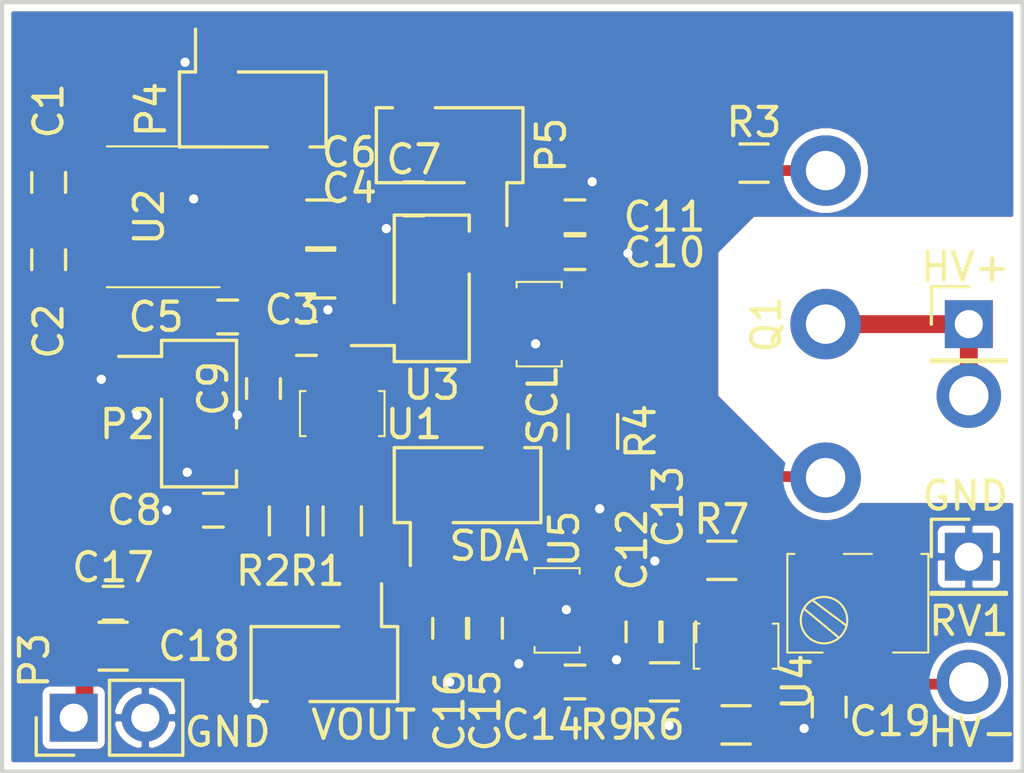
<source format=kicad_pcb>
(kicad_pcb (version 4) (host pcbnew 4.0.4-stable)
  (layers (0 F.Cu signal) (31 B.Cu signal) (34 B.Paste user) (35 F.Paste user) (36 B.SilkS user) (37 F.SilkS user) (38 B.Mask user hide) (39 F.Mask user) (44 Edge.Cuts user))
  (net 0 "")
  (net 1 "Net-(C1-Pad2)")
  (net 2 "Net-(C1-Pad1)")
  (net 3 "Net-(C2-Pad2)")
  (net 4 "Net-(C2-Pad1)")
  (net 5 VDD)
  (net 6 GND)
  (net 7 /VCP)
  (net 8 /VREF)
  (net 9 VCC)
  (net 10 "Net-(C14-Pad2)")
  (net 11 /VDAC)
  (net 12 /VSET)
  (net 13 "Net-(P6-Pad1)")
  (net 14 "Net-(Q1-Pad1)")
  (net 15 "Net-(Q1-Pad3)")
  (net 16 /SDA)
  (net 17 /SCL)
  (net 18 "Net-(R3-Pad1)")
  (net 19 "Net-(R7-Pad2)")
  (net 20 "Net-(P4-Pad2)")
  (net 21 "Net-(R9-Pad2)")
  (net 22 "Net-(RV1-Pad3)")
  (net 23 "Net-(C19-Pad2)")
  (module ActiveLoad:hv-logo (layer B.Cu) (at 111.125 118.745 180)
    (fp_text reference G*** hide)
    (fp_text value LOGO hide)
  )
  (module ActiveLoad:gnd-via (layer F.Cu) (at 112.7252 126.9746)
    (fp_text reference REF** hide)
    (fp_text value gnd-via hide)
    (pad 1 thru_hole circle (at 0 0) (size 0.6858 0.6858) (drill 0.3302) (layers *.Cu) (net 6 GND))
  )
  (module ActiveLoad:gnd-via (layer F.Cu) (at 121.158 131.191)
    (fp_text reference REF** hide)
    (fp_text value gnd-via hide)
    (pad 1 thru_hole circle (at 0 0) (size 0.6858 0.6858) (drill 0.3302) (layers *.Cu) (net 6 GND))
  )
  (module ActiveLoad:gnd-via (layer F.Cu) (at 98.552 123.444)
    (fp_text reference REF** hide)
    (fp_text value gnd-via hide)
    (pad 1 thru_hole circle (at 0 0) (size 0.6858 0.6858) (drill 0.3302) (layers *.Cu) (net 6 GND))
  )
  (module ActiveLoad:gnd-via (layer F.Cu) (at 101.0539 120.0658)
    (fp_text reference REF** hide)
    (fp_text value gnd-via hide)
    (pad 1 thru_hole circle (at 0 0) (size 0.6858 0.6858) (drill 0.3302) (layers *.Cu) (net 6 GND))
  )
  (module ActiveLoad:gnd-via (layer F.Cu) (at 97.4979 120.0658)
    (fp_text reference REF** hide)
    (fp_text value gnd-via hide)
    (pad 1 thru_hole circle (at 0 0) (size 0.6858 0.6858) (drill 0.3302) (layers *.Cu) (net 6 GND))
  )
  (module ActiveLoad:gnd-via (layer F.Cu) (at 108.585 129.54)
    (fp_text reference REF** hide)
    (fp_text value gnd-via hide)
    (pad 1 thru_hole circle (at 0 0) (size 0.6858 0.6858) (drill 0.3302) (layers *.Cu) (net 6 GND))
  )
  (module ActiveLoad:gnd-via (layer F.Cu) (at 113.6396 111.7854)
    (fp_text reference REF** hide)
    (fp_text value gnd-via hide)
    (pad 1 thru_hole circle (at 0 0) (size 0.6858 0.6858) (drill 0.3302) (layers *.Cu) (net 6 GND))
  )
  (module ActiveLoad:gnd-via (layer F.Cu) (at 96.2279 118.7958)
    (fp_text reference REF** hide)
    (fp_text value gnd-via hide)
    (pad 1 thru_hole circle (at 0 0) (size 0.6858 0.6858) (drill 0.3302) (layers *.Cu) (net 6 GND))
  )
  (module ActiveLoad:gnd-via (layer F.Cu) (at 99.1997 107.5436)
    (fp_text reference REF** hide)
    (fp_text value gnd-via hide)
    (pad 1 thru_hole circle (at 0 0) (size 0.6858 0.6858) (drill 0.3302) (layers *.Cu) (net 6 GND))
  )
  (module ActiveLoad:gnd-via (layer F.Cu) (at 116.3701 131.0894)
    (fp_text reference REF** hide)
    (fp_text value gnd-via hide)
    (pad 1 thru_hole circle (at 0 0) (size 0.6858 0.6858) (drill 0.3302) (layers *.Cu) (net 6 GND))
  )
  (module ActiveLoad:gnd-via (layer F.Cu) (at 113.9063 123.3932)
    (fp_text reference REF** hide)
    (fp_text value gnd-via hide)
    (pad 1 thru_hole circle (at 0 0) (size 0.6858 0.6858) (drill 0.3302) (layers *.Cu) (net 6 GND))
  )
  (module ActiveLoad:gnd-via (layer F.Cu) (at 115.8621 125.2474)
    (fp_text reference REF** hide)
    (fp_text value gnd-via hide)
    (pad 1 thru_hole circle (at 0 0) (size 0.6858 0.6858) (drill 0.3302) (layers *.Cu) (net 6 GND))
  )
  (module ActiveLoad:gnd-via (layer F.Cu) (at 114.5032 128.7526)
    (fp_text reference REF** hide)
    (fp_text value gnd-via hide)
    (pad 1 thru_hole circle (at 0 0) (size 0.6858 0.6858) (drill 0.3302) (layers *.Cu) (net 6 GND))
  )
  (module ActiveLoad:gnd-via (layer F.Cu) (at 111.0361 128.8923)
    (fp_text reference REF** hide)
    (fp_text value gnd-via hide)
    (pad 1 thru_hole circle (at 0 0) (size 0.6858 0.6858) (drill 0.3302) (layers *.Cu) (net 6 GND))
  )
  (module ActiveLoad:gnd-via (layer F.Cu) (at 101.727 130.302)
    (fp_text reference REF** hide)
    (fp_text value gnd-via hide)
    (pad 1 thru_hole circle (at 0 0) (size 0.6858 0.6858) (drill 0.3302) (layers *.Cu) (net 6 GND))
  )
  (module ActiveLoad:gnd-via (layer F.Cu) (at 99.2759 122.0978)
    (fp_text reference REF** hide)
    (fp_text value gnd-via hide)
    (pad 1 thru_hole circle (at 0 0) (size 0.6858 0.6858) (drill 0.3302) (layers *.Cu) (net 6 GND))
  )
  (module ActiveLoad:gnd-via (layer F.Cu) (at 99.5045 112.395)
    (fp_text reference REF** hide)
    (fp_text value gnd-via hide)
    (pad 1 thru_hole circle (at 0 0) (size 0.6858 0.6858) (drill 0.3302) (layers *.Cu) (net 6 GND))
  )
  (module ActiveLoad:gnd-via (layer F.Cu) (at 106.3371 113.4491)
    (fp_text reference REF** hide)
    (fp_text value gnd-via hide)
    (pad 1 thru_hole circle (at 0 0) (size 0.6858 0.6858) (drill 0.3302) (layers *.Cu) (net 6 GND))
  )
  (module ActiveLoad:gnd-via (layer F.Cu) (at 104.267 116.332)
    (fp_text reference REF** hide)
    (fp_text value gnd-via hide)
    (pad 1 thru_hole circle (at 0 0) (size 0.6858 0.6858) (drill 0.3302) (layers *.Cu) (net 6 GND))
  )
  (module ActiveLoad:gnd-via (layer F.Cu) (at 111.633 117.5385)
    (fp_text reference REF** hide)
    (fp_text value gnd-via hide)
    (pad 1 thru_hole circle (at 0 0) (size 0.6858 0.6858) (drill 0.3302) (layers *.Cu) (net 6 GND))
  )
  (module ActiveLoad:gnd-via (layer F.Cu) (at 114.9096 114.3254)
    (fp_text reference REF** hide)
    (fp_text value gnd-via hide)
    (pad 1 thru_hole circle (at 0 0) (size 0.6858 0.6858) (drill 0.3302) (layers *.Cu) (net 6 GND))
  )
  (module Pin_Headers:Pin_Header_Straight_1x02_Pitch2.54mm_SMD_Pin1Right (layer F.Cu) (at 107.95 115.57 180)
    (fp_text reference SCL (at -3.937 -4.191 270) (layer F.SilkS))
    (fp_text value CONN_01X02)
    (fp_line (start -1.33 -2.6) (end 1.33 -2.6) (layer F.SilkS) (width 0.12))
    (fp_line (start -1.33 2.6) (end 1.33 2.6) (layer F.SilkS) (width 0.12))
    (fp_line (start 1.33 -0.51) (end 1.33 2.6) (layer F.SilkS) (width 0.12))
    (fp_line (start -1.33 -2.6) (end -1.33 0.51) (layer F.SilkS) (width 0.12))
    (fp_line (start 1.33 -2.03) (end 2.85 -2.03) (layer F.SilkS) (width 0.12))
    (fp_line (start 1.33 -2.6) (end 1.33 -2.03) (layer F.SilkS) (width 0.12))
    (fp_line (start -1.33 2.03) (end -1.33 2.6) (layer F.SilkS) (width 0.12))
    (pad 2 smd rect (at -1.655 1.27 180) (size 2.51 1) (layers F.Cu F.Paste F.Mask) (net 12 /VSET))
    (pad 1 smd rect (at 1.655 -1.27 180) (size 2.51 1) (layers F.Cu F.Paste F.Mask) (net 11 /VDAC))
  )
  (module Capacitors_SMD:C_0603 (layer F.Cu) (at 94.361 111.8108 90)
    (fp_text reference C1 (at 2.54 0 90) (layer F.SilkS))
    (fp_text value 220nF)
    (fp_line (start 0.35 0.6) (end -0.35 0.6) (layer F.SilkS) (width 0.12))
    (fp_line (start -0.35 -0.6) (end 0.35 -0.6) (layer F.SilkS) (width 0.12))
    (pad 2 smd rect (at 0.75 0 90) (size 0.8 0.75) (layers F.Cu F.Paste F.Mask) (net 1 "Net-(C1-Pad2)"))
    (pad 1 smd rect (at -0.75 0 90) (size 0.8 0.75) (layers F.Cu F.Paste F.Mask) (net 2 "Net-(C1-Pad1)"))
  )
  (module Capacitors_SMD:C_0603 (layer F.Cu) (at 94.361 114.554 90)
    (fp_text reference C2 (at -2.54 0 90) (layer F.SilkS))
    (fp_text value 220nF)
    (fp_line (start 0.35 0.6) (end -0.35 0.6) (layer F.SilkS) (width 0.12))
    (fp_line (start -0.35 -0.6) (end 0.35 -0.6) (layer F.SilkS) (width 0.12))
    (pad 2 smd rect (at 0.75 0 90) (size 0.8 0.75) (layers F.Cu F.Paste F.Mask) (net 3 "Net-(C2-Pad2)"))
    (pad 1 smd rect (at -0.75 0 90) (size 0.8 0.75) (layers F.Cu F.Paste F.Mask) (net 4 "Net-(C2-Pad1)"))
  )
  (module Capacitors_SMD:C_0603 (layer F.Cu) (at 103.505 117.348 180)
    (fp_text reference C3 (at 0.508 1.016 180) (layer F.SilkS))
    (fp_text value 10uF)
    (fp_line (start 0.35 0.6) (end -0.35 0.6) (layer F.SilkS) (width 0.12))
    (fp_line (start -0.35 -0.6) (end 0.35 -0.6) (layer F.SilkS) (width 0.12))
    (pad 2 smd rect (at 0.75 0 180) (size 0.8 0.75) (layers F.Cu F.Paste F.Mask) (net 5 VDD))
    (pad 1 smd rect (at -0.75 0 180) (size 0.8 0.75) (layers F.Cu F.Paste F.Mask) (net 6 GND))
  )
  (module Capacitors_SMD:C_0805 (layer F.Cu) (at 104.013 115.062 180)
    (fp_text reference C4 (at -1.016 3.048 180) (layer F.SilkS))
    (fp_text value 4.7uF)
    (fp_line (start 0.5 -0.85) (end -0.5 -0.85) (layer F.SilkS) (width 0.12))
    (fp_line (start -0.5 0.85) (end 0.5 0.85) (layer F.SilkS) (width 0.12))
    (pad 1 smd rect (at -1 0 180) (size 1 1.25) (layers F.Cu F.Paste F.Mask) (net 6 GND))
    (pad 2 smd rect (at 1 0 180) (size 1 1.25) (layers F.Cu F.Paste F.Mask) (net 5 VDD))
  )
  (module Capacitors_SMD:C_0603 (layer F.Cu) (at 100.711 116.586)
    (fp_text reference C5 (at -2.54 0) (layer F.SilkS))
    (fp_text value 100nF)
    (fp_line (start 0.35 0.6) (end -0.35 0.6) (layer F.SilkS) (width 0.12))
    (fp_line (start -0.35 -0.6) (end 0.35 -0.6) (layer F.SilkS) (width 0.12))
    (pad 2 smd rect (at 0.75 0) (size 0.8 0.75) (layers F.Cu F.Paste F.Mask) (net 5 VDD))
    (pad 1 smd rect (at -0.75 0) (size 0.8 0.75) (layers F.Cu F.Paste F.Mask) (net 7 /VCP))
  )
  (module Capacitors_SMD:C_0805 (layer F.Cu) (at 104.013 113.284 180)
    (fp_text reference C6 (at -1.016 2.54 180) (layer F.SilkS))
    (fp_text value 4.7uF)
    (fp_line (start 0.5 -0.85) (end -0.5 -0.85) (layer F.SilkS) (width 0.12))
    (fp_line (start -0.5 0.85) (end 0.5 0.85) (layer F.SilkS) (width 0.12))
    (pad 1 smd rect (at -1 0 180) (size 1 1.25) (layers F.Cu F.Paste F.Mask) (net 6 GND))
    (pad 2 smd rect (at 1 0 180) (size 1 1.25) (layers F.Cu F.Paste F.Mask) (net 7 /VCP))
  )
  (module Capacitors_SMD:C_0603 (layer F.Cu) (at 100.203 123.444 180)
    (fp_text reference C8 (at 2.794 0 180) (layer F.SilkS))
    (fp_text value 0.1uF)
    (fp_line (start 0.35 0.6) (end -0.35 0.6) (layer F.SilkS) (width 0.12))
    (fp_line (start -0.35 -0.6) (end 0.35 -0.6) (layer F.SilkS) (width 0.12))
    (pad 2 smd rect (at 0.75 0 180) (size 0.8 0.75) (layers F.Cu F.Paste F.Mask) (net 6 GND))
    (pad 1 smd rect (at -0.75 0 180) (size 0.8 0.75) (layers F.Cu F.Paste F.Mask) (net 8 /VREF))
  )
  (module Capacitors_SMD:C_0603 (layer F.Cu) (at 113.03 114.3 180)
    (fp_text reference C10 (at -3.175 0 180) (layer F.SilkS))
    (fp_text value 0.1uF)
    (fp_line (start 0.35 0.6) (end -0.35 0.6) (layer F.SilkS) (width 0.12))
    (fp_line (start -0.35 -0.6) (end 0.35 -0.6) (layer F.SilkS) (width 0.12))
    (pad 2 smd rect (at 0.75 0 180) (size 0.8 0.75) (layers F.Cu F.Paste F.Mask) (net 9 VCC))
    (pad 1 smd rect (at -0.75 0 180) (size 0.8 0.75) (layers F.Cu F.Paste F.Mask) (net 6 GND))
  )
  (module Capacitors_SMD:C_0603 (layer F.Cu) (at 113.03 113.03 180)
    (fp_text reference C11 (at -3.175 0 180) (layer F.SilkS))
    (fp_text value 10uF)
    (fp_line (start 0.35 0.6) (end -0.35 0.6) (layer F.SilkS) (width 0.12))
    (fp_line (start -0.35 -0.6) (end 0.35 -0.6) (layer F.SilkS) (width 0.12))
    (pad 2 smd rect (at 0.75 0 180) (size 0.8 0.75) (layers F.Cu F.Paste F.Mask) (net 9 VCC))
    (pad 1 smd rect (at -0.75 0 180) (size 0.8 0.75) (layers F.Cu F.Paste F.Mask) (net 6 GND))
  )
  (module Capacitors_SMD:C_0603 (layer F.Cu) (at 115.443 127.762 90)
    (fp_text reference C12 (at 2.921 -0.381 90) (layer F.SilkS))
    (fp_text value 0.1uF)
    (fp_line (start 0.35 0.6) (end -0.35 0.6) (layer F.SilkS) (width 0.12))
    (fp_line (start -0.35 -0.6) (end 0.35 -0.6) (layer F.SilkS) (width 0.12))
    (pad 2 smd rect (at 0.75 0 90) (size 0.8 0.75) (layers F.Cu F.Paste F.Mask) (net 5 VDD))
    (pad 1 smd rect (at -0.75 0 90) (size 0.8 0.75) (layers F.Cu F.Paste F.Mask) (net 6 GND))
  )
  (module Capacitors_SMD:C_0603 (layer F.Cu) (at 116.713 127.762 90)
    (fp_text reference C13 (at 4.445 -0.381 90) (layer F.SilkS))
    (fp_text value 1uF)
    (fp_line (start 0.35 0.6) (end -0.35 0.6) (layer F.SilkS) (width 0.12))
    (fp_line (start -0.35 -0.6) (end 0.35 -0.6) (layer F.SilkS) (width 0.12))
    (pad 2 smd rect (at 0.75 0 90) (size 0.8 0.75) (layers F.Cu F.Paste F.Mask) (net 5 VDD))
    (pad 1 smd rect (at -0.75 0 90) (size 0.8 0.75) (layers F.Cu F.Paste F.Mask) (net 6 GND))
  )
  (module Capacitors_SMD:C_0603 (layer F.Cu) (at 113.03 129.54)
    (fp_text reference C14 (at -1.143 1.524) (layer F.SilkS))
    (fp_text value 0.1uF)
    (fp_line (start 0.35 0.6) (end -0.35 0.6) (layer F.SilkS) (width 0.12))
    (fp_line (start -0.35 -0.6) (end 0.35 -0.6) (layer F.SilkS) (width 0.12))
    (pad 2 smd rect (at 0.75 0) (size 0.8 0.75) (layers F.Cu F.Paste F.Mask) (net 10 "Net-(C14-Pad2)"))
    (pad 1 smd rect (at -0.75 0) (size 0.8 0.75) (layers F.Cu F.Paste F.Mask) (net 6 GND))
  )
  (module Capacitors_SMD:C_0603 (layer F.Cu) (at 109.855 127.635 90)
    (fp_text reference C15 (at -2.921 0 90) (layer F.SilkS))
    (fp_text value 0.1uF)
    (fp_line (start 0.35 0.6) (end -0.35 0.6) (layer F.SilkS) (width 0.12))
    (fp_line (start -0.35 -0.6) (end 0.35 -0.6) (layer F.SilkS) (width 0.12))
    (pad 2 smd rect (at 0.75 0 90) (size 0.8 0.75) (layers F.Cu F.Paste F.Mask) (net 5 VDD))
    (pad 1 smd rect (at -0.75 0 90) (size 0.8 0.75) (layers F.Cu F.Paste F.Mask) (net 6 GND))
  )
  (module Capacitors_SMD:C_0603 (layer F.Cu) (at 108.585 127.635 90)
    (fp_text reference C16 (at -2.921 0 90) (layer F.SilkS))
    (fp_text value 10uF)
    (fp_line (start 0.35 0.6) (end -0.35 0.6) (layer F.SilkS) (width 0.12))
    (fp_line (start -0.35 -0.6) (end 0.35 -0.6) (layer F.SilkS) (width 0.12))
    (pad 2 smd rect (at 0.75 0 90) (size 0.8 0.75) (layers F.Cu F.Paste F.Mask) (net 5 VDD))
    (pad 1 smd rect (at -0.75 0 90) (size 0.8 0.75) (layers F.Cu F.Paste F.Mask) (net 6 GND))
  )
  (module Pin_Headers:Pin_Header_Straight_1x01_Pitch2.54mm (layer F.Cu) (at 127 116.84)
    (fp_text reference P6 hide)
    (fp_text value HV+)
    (fp_line (start -1.33 1.33) (end 1.33 1.33) (layer F.SilkS) (width 0.12))
    (fp_line (start -1.33 1.27) (end -1.33 1.33) (layer F.SilkS) (width 0.12))
    (fp_line (start 1.33 1.27) (end 1.33 1.33) (layer F.SilkS) (width 0.12))
    (fp_line (start -1.33 1.27) (end 1.33 1.27) (layer F.SilkS) (width 0.12))
    (fp_line (start -1.33 0) (end -1.33 -1.33) (layer F.SilkS) (width 0.12))
    (fp_line (start -1.33 -1.33) (end 0 -1.33) (layer F.SilkS) (width 0.12))
    (pad 1 thru_hole rect (at 0 0) (size 1.7 1.7) (drill 1) (layers *.Cu *.Mask) (net 13 "Net-(P6-Pad1)"))
  )
  (module ActiveLoad:TO-3P-3L (layer F.Cu) (at 121.92 116.84 270)
    (fp_text reference Q1 (at 0 2.1 270) (layer F.SilkS))
    (fp_text value NDTL03N150C hide)
    (pad 1 thru_hole circle (at -5.45 0 270) (size 2.5 2.5) (drill 1.4) (layers *.Cu *.Mask) (net 14 "Net-(Q1-Pad1)"))
    (pad 2 thru_hole circle (at 0 0 270) (size 2.5 2.5) (drill 1.4) (layers *.Cu *.Mask) (net 13 "Net-(P6-Pad1)"))
    (pad 3 thru_hole circle (at 5.45 0 270) (size 2.5 2.5) (drill 1.4) (layers *.Cu *.Mask) (net 15 "Net-(Q1-Pad3)"))
  )
  (module Resistors_SMD:R_0603 (layer F.Cu) (at 104.775 123.825 270)
    (fp_text reference R1 (at 1.778 0.889 360) (layer F.SilkS))
    (fp_text value 700)
    (fp_line (start 0.5 0.68) (end -0.5 0.68) (layer F.SilkS) (width 0.12))
    (fp_line (start -0.5 -0.68) (end 0.5 -0.68) (layer F.SilkS) (width 0.12))
    (pad 1 smd rect (at -0.75 0 270) (size 0.5 0.9) (layers F.Cu F.Paste F.Mask) (net 16 /SDA))
    (pad 2 smd rect (at 0.75 0 270) (size 0.5 0.9) (layers F.Cu F.Paste F.Mask) (net 5 VDD))
  )
  (module Resistors_SMD:R_0603 (layer F.Cu) (at 102.87 123.825 270)
    (fp_text reference R2 (at 1.778 0.889 360) (layer F.SilkS))
    (fp_text value 700)
    (fp_line (start 0.5 0.68) (end -0.5 0.68) (layer F.SilkS) (width 0.12))
    (fp_line (start -0.5 -0.68) (end 0.5 -0.68) (layer F.SilkS) (width 0.12))
    (pad 1 smd rect (at -0.75 0 270) (size 0.5 0.9) (layers F.Cu F.Paste F.Mask) (net 17 /SCL))
    (pad 2 smd rect (at 0.75 0 270) (size 0.5 0.9) (layers F.Cu F.Paste F.Mask) (net 5 VDD))
  )
  (module Resistors_SMD:R_0603 (layer F.Cu) (at 119.38 111.125)
    (fp_text reference R3 (at 0 -1.45) (layer F.SilkS))
    (fp_text value 100)
    (fp_line (start 0.5 0.68) (end -0.5 0.68) (layer F.SilkS) (width 0.12))
    (fp_line (start -0.5 -0.68) (end 0.5 -0.68) (layer F.SilkS) (width 0.12))
    (pad 1 smd rect (at -0.75 0) (size 0.5 0.9) (layers F.Cu F.Paste F.Mask) (net 18 "Net-(R3-Pad1)"))
    (pad 2 smd rect (at 0.75 0) (size 0.5 0.9) (layers F.Cu F.Paste F.Mask) (net 14 "Net-(Q1-Pad1)"))
  )
  (module Resistors_SMD:R_0805_HandSoldering (layer F.Cu) (at 113.665 120.65 270)
    (fp_text reference R4 (at 0 -1.7 270) (layer F.SilkS))
    (fp_text value 100k)
    (fp_line (start 0.6 0.88) (end -0.6 0.88) (layer F.SilkS) (width 0.12))
    (fp_line (start -0.6 -0.88) (end 0.6 -0.88) (layer F.SilkS) (width 0.12))
    (pad 1 smd rect (at -1.35 0 270) (size 1.5 1.3) (layers F.Cu F.Paste F.Mask) (net 15 "Net-(Q1-Pad3)"))
    (pad 2 smd rect (at 1.35 0 270) (size 1.5 1.3) (layers F.Cu F.Paste F.Mask) (net 6 GND))
  )
  (module Resistors_SMD:R_0603_HandSoldering (layer F.Cu) (at 118.745 131.064 180)
    (fp_text reference R6 (at 2.794 0 180) (layer F.SilkS))
    (fp_text value 10M)
    (fp_line (start 0.5 0.68) (end -0.5 0.68) (layer F.SilkS) (width 0.12))
    (fp_line (start -0.5 -0.68) (end 0.5 -0.68) (layer F.SilkS) (width 0.12))
    (pad 1 smd rect (at -1.1 0 180) (size 1.2 0.9) (layers F.Cu F.Paste F.Mask) (net 23 "Net-(C19-Pad2)"))
    (pad 2 smd rect (at 1.1 0 180) (size 1.2 0.9) (layers F.Cu F.Paste F.Mask) (net 6 GND))
  )
  (module Resistors_SMD:R_0603_HandSoldering (layer F.Cu) (at 118.237 125.222)
    (fp_text reference R7 (at 0 -1.45) (layer F.SilkS))
    (fp_text value 10k)
    (fp_line (start 0.5 0.68) (end -0.5 0.68) (layer F.SilkS) (width 0.12))
    (fp_line (start -0.5 -0.68) (end 0.5 -0.68) (layer F.SilkS) (width 0.12))
    (pad 1 smd rect (at -1.1 0) (size 1.2 0.9) (layers F.Cu F.Paste F.Mask) (net 6 GND))
    (pad 2 smd rect (at 1.1 0) (size 1.2 0.9) (layers F.Cu F.Paste F.Mask) (net 19 "Net-(R7-Pad2)"))
  )
  (module Resistors_SMD:R_0603 (layer F.Cu) (at 116.205 129.54)
    (fp_text reference R9 (at -2.032 1.524) (layer F.SilkS))
    (fp_text value 1k)
    (fp_line (start 0.5 0.68) (end -0.5 0.68) (layer F.SilkS) (width 0.12))
    (fp_line (start -0.5 -0.68) (end 0.5 -0.68) (layer F.SilkS) (width 0.12))
    (pad 1 smd rect (at -0.75 0) (size 0.5 0.9) (layers F.Cu F.Paste F.Mask) (net 10 "Net-(C14-Pad2)"))
    (pad 2 smd rect (at 0.75 0) (size 0.5 0.9) (layers F.Cu F.Paste F.Mask) (net 21 "Net-(R9-Pad2)"))
  )
  (module Pin_Headers:Pin_Header_Straight_1x02_Pitch2.54mm_SMD_Pin1Left (layer F.Cu) (at 104.14 128.905 270)
    (fp_text reference VOUT (at 2.159 -1.397 360) (layer F.SilkS))
    (fp_text value CONN_01X02)
    (fp_line (start -1.33 -2.6) (end 1.33 -2.6) (layer F.SilkS) (width 0.12))
    (fp_line (start -1.33 2.6) (end 1.33 2.6) (layer F.SilkS) (width 0.12))
    (fp_line (start 1.33 -2.6) (end 1.33 0.51) (layer F.SilkS) (width 0.12))
    (fp_line (start -1.33 -2.03) (end -2.85 -2.03) (layer F.SilkS) (width 0.12))
    (fp_line (start -1.33 -2.6) (end -1.33 -2.03) (layer F.SilkS) (width 0.12))
    (fp_line (start 1.33 2.03) (end 1.33 2.6) (layer F.SilkS) (width 0.12))
    (fp_line (start -1.33 -0.51) (end -1.33 2.6) (layer F.SilkS) (width 0.12))
    (pad 1 smd rect (at -1.655 -1.27 270) (size 2.51 1) (layers F.Cu F.Paste F.Mask) (net 10 "Net-(C14-Pad2)"))
    (pad 2 smd rect (at 1.655 1.27 270) (size 2.51 1) (layers F.Cu F.Paste F.Mask) (net 6 GND))
  )
  (module Pin_Headers:Pin_Header_Straight_1x02_Pitch2.54mm_SMD_Pin1Left (layer F.Cu) (at 109.22 122.555 90)
    (fp_text reference SDA (at -2.159 0.762 180) (layer F.SilkS))
    (fp_text value CONN_01X02)
    (fp_line (start -1.33 -2.6) (end 1.33 -2.6) (layer F.SilkS) (width 0.12))
    (fp_line (start -1.33 2.6) (end 1.33 2.6) (layer F.SilkS) (width 0.12))
    (fp_line (start 1.33 -2.6) (end 1.33 0.51) (layer F.SilkS) (width 0.12))
    (fp_line (start -1.33 -2.03) (end -2.85 -2.03) (layer F.SilkS) (width 0.12))
    (fp_line (start -1.33 -2.6) (end -1.33 -2.03) (layer F.SilkS) (width 0.12))
    (fp_line (start 1.33 2.03) (end 1.33 2.6) (layer F.SilkS) (width 0.12))
    (fp_line (start -1.33 -0.51) (end -1.33 2.6) (layer F.SilkS) (width 0.12))
    (pad 1 smd rect (at -1.655 -1.27 90) (size 2.51 1) (layers F.Cu F.Paste F.Mask) (net 16 /SDA))
    (pad 2 smd rect (at 1.655 1.27 90) (size 2.51 1) (layers F.Cu F.Paste F.Mask) (net 17 /SCL))
  )
  (module Pin_Headers:Pin_Header_Straight_1x02_Pitch2.54mm_SMD_Pin1Right (layer F.Cu) (at 108.585 110.49 270)
    (fp_text reference P5 (at 0 -3.6 270) (layer F.SilkS))
    (fp_text value CONN_01X02)
    (fp_line (start -1.33 -2.6) (end 1.33 -2.6) (layer F.SilkS) (width 0.12))
    (fp_line (start -1.33 2.6) (end 1.33 2.6) (layer F.SilkS) (width 0.12))
    (fp_line (start 1.33 -0.51) (end 1.33 2.6) (layer F.SilkS) (width 0.12))
    (fp_line (start -1.33 -2.6) (end -1.33 0.51) (layer F.SilkS) (width 0.12))
    (fp_line (start 1.33 -2.03) (end 2.85 -2.03) (layer F.SilkS) (width 0.12))
    (fp_line (start 1.33 -2.6) (end 1.33 -2.03) (layer F.SilkS) (width 0.12))
    (fp_line (start -1.33 2.03) (end -1.33 2.6) (layer F.SilkS) (width 0.12))
    (pad 2 smd rect (at -1.655 1.27 270) (size 2.51 1) (layers F.Cu F.Paste F.Mask) (net 7 /VCP))
    (pad 1 smd rect (at 1.655 -1.27 270) (size 2.51 1) (layers F.Cu F.Paste F.Mask) (net 9 VCC))
  )
  (module Pin_Headers:Pin_Header_Straight_1x02_Pitch2.54mm_SMD_Pin1Left (layer F.Cu) (at 99.695 120.015)
    (fp_text reference P2 (at -2.54 0.381) (layer F.SilkS))
    (fp_text value CONN_01X02)
    (fp_line (start -1.33 -2.6) (end 1.33 -2.6) (layer F.SilkS) (width 0.12))
    (fp_line (start -1.33 2.6) (end 1.33 2.6) (layer F.SilkS) (width 0.12))
    (fp_line (start 1.33 -2.6) (end 1.33 0.51) (layer F.SilkS) (width 0.12))
    (fp_line (start -1.33 -2.03) (end -2.85 -2.03) (layer F.SilkS) (width 0.12))
    (fp_line (start -1.33 -2.6) (end -1.33 -2.03) (layer F.SilkS) (width 0.12))
    (fp_line (start 1.33 2.03) (end 1.33 2.6) (layer F.SilkS) (width 0.12))
    (fp_line (start -1.33 -0.51) (end -1.33 2.6) (layer F.SilkS) (width 0.12))
    (pad 1 smd rect (at -1.655 -1.27) (size 2.51 1) (layers F.Cu F.Paste F.Mask) (net 6 GND))
    (pad 2 smd rect (at 1.655 1.27) (size 2.51 1) (layers F.Cu F.Paste F.Mask) (net 8 /VREF))
  )
  (module Pin_Headers:Pin_Header_Straight_1x02_Pitch2.54mm_SMD_Pin1Right (layer F.Cu) (at 101.6 109.22 90)
    (fp_text reference P4 (at 0 -3.6 90) (layer F.SilkS))
    (fp_text value CONN_01X02)
    (fp_line (start -1.33 -2.6) (end 1.33 -2.6) (layer F.SilkS) (width 0.12))
    (fp_line (start -1.33 2.6) (end 1.33 2.6) (layer F.SilkS) (width 0.12))
    (fp_line (start 1.33 -0.51) (end 1.33 2.6) (layer F.SilkS) (width 0.12))
    (fp_line (start -1.33 -2.6) (end -1.33 0.51) (layer F.SilkS) (width 0.12))
    (fp_line (start 1.33 -2.03) (end 2.85 -2.03) (layer F.SilkS) (width 0.12))
    (fp_line (start 1.33 -2.6) (end 1.33 -2.03) (layer F.SilkS) (width 0.12))
    (fp_line (start -1.33 2.03) (end -1.33 2.6) (layer F.SilkS) (width 0.12))
    (pad 2 smd rect (at -1.655 1.27 90) (size 2.51 1) (layers F.Cu F.Paste F.Mask) (net 20 "Net-(P4-Pad2)"))
    (pad 1 smd rect (at 1.655 -1.27 90) (size 2.51 1) (layers F.Cu F.Paste F.Mask) (net 6 GND))
  )
  (module Capacitors_SMD:C_0603 (layer F.Cu) (at 107.315 112.395)
    (fp_text reference C7 (at 0 -1.397) (layer F.SilkS))
    (fp_text value 0.1uF)
    (fp_line (start 0.35 0.6) (end -0.35 0.6) (layer F.SilkS) (width 0.12))
    (fp_line (start -0.35 -0.6) (end 0.35 -0.6) (layer F.SilkS) (width 0.12))
    (pad 2 smd rect (at 0.75 0) (size 0.8 0.75) (layers F.Cu F.Paste F.Mask) (net 12 /VSET))
    (pad 1 smd rect (at -0.75 0) (size 0.8 0.75) (layers F.Cu F.Paste F.Mask) (net 6 GND))
  )
  (module ActiveLoad:677-millmax-pin-socket (layer F.Cu) (at 127 119.38)
    (fp_text reference HV+ (at -0.127 -4.572) (layer F.SilkS))
    (fp_text value HV+P hide)
    (pad 1 thru_hole circle (at 0 0) (size 2.286 2.286) (drill 1.397) (layers *.Cu *.Mask) (net 13 "Net-(P6-Pad1)"))
  )
  (module ActiveLoad:677-millmax-pin-socket (layer F.Cu) (at 127 129.54)
    (fp_text reference HV- (at 0.127 1.778) (layer F.SilkS))
    (fp_text value HV+N hide)
    (pad 1 thru_hole circle (at 0 0) (size 2.286 2.286) (drill 1.397) (layers *.Cu *.Mask) (net 23 "Net-(C19-Pad2)"))
  )
  (module ActiveLoad:PVG5A-10turnpot (layer F.Cu) (at 123.063 126.746 180)
    (fp_text reference RV1 (at -3.937 -0.635 180) (layer F.SilkS))
    (fp_text value POT hide)
    (fp_line (start 0.4 -0.8) (end 1.6 0.1) (layer F.SilkS) (width 0.075))
    (fp_line (start 0.7 -1.2) (end 1.9 -0.2) (layer F.SilkS) (width 0.075))
    (fp_circle (center 1.2 -0.6) (end 1.4 0.2) (layer F.SilkS) (width 0.075))
    (fp_line (start 2.25 1.75) (end 2.5 1.75) (layer F.SilkS) (width 0.075))
    (fp_line (start 2.5 1.75) (end 2.5 -1.75) (layer F.SilkS) (width 0.075))
    (fp_line (start 2.5 -1.75) (end 1.25 -1.75) (layer F.SilkS) (width 0.075))
    (fp_line (start -0.5 1.75) (end 0.5 1.75) (layer F.SilkS) (width 0.075))
    (fp_line (start -1.25 -1.75) (end -2.5 -1.75) (layer F.SilkS) (width 0.075))
    (fp_line (start -2.5 -1.75) (end -2.5 1.75) (layer F.SilkS) (width 0.075))
    (fp_line (start -2.5 1.75) (end -2.25 1.75) (layer F.SilkS) (width 0.075))
    (pad 1 smd rect (at -1.25 1.45 180) (size 1.3 1.6) (layers F.Cu F.Paste F.Mask) (net 19 "Net-(R7-Pad2)"))
    (pad 3 smd rect (at 1.25 1.45 180) (size 1.3 1.6) (layers F.Cu F.Paste F.Mask) (net 22 "Net-(RV1-Pad3)"))
    (pad 2 smd rect (at 0 -1.45 180) (size 2 1.6) (layers F.Cu F.Paste F.Mask) (net 21 "Net-(R9-Pad2)"))
  )
  (module Pin_Headers:Pin_Header_Straight_1x01_Pitch2.54mm (layer F.Cu) (at 127 125.095)
    (fp_text reference GND (at -0.127 -2.159) (layer F.SilkS))
    (fp_text value GND)
    (fp_line (start -1.33 1.33) (end 1.33 1.33) (layer F.SilkS) (width 0.12))
    (fp_line (start -1.33 1.27) (end -1.33 1.33) (layer F.SilkS) (width 0.12))
    (fp_line (start 1.33 1.27) (end 1.33 1.33) (layer F.SilkS) (width 0.12))
    (fp_line (start -1.33 1.27) (end 1.33 1.27) (layer F.SilkS) (width 0.12))
    (fp_line (start -1.33 0) (end -1.33 -1.33) (layer F.SilkS) (width 0.12))
    (fp_line (start -1.33 -1.33) (end 0 -1.33) (layer F.SilkS) (width 0.12))
    (pad 1 thru_hole rect (at 0 0) (size 1.7 1.7) (drill 1) (layers *.Cu *.Mask) (net 6 GND))
  )
  (module ActiveLoad:SO-8 (layer F.Cu) (at 98.425 113.03 270)
    (fp_text reference U2 (at 0 0.5 270) (layer F.SilkS))
    (fp_text value ST662 hide)
    (fp_line (start 2.5 -2) (end 2.5 2) (layer F.SilkS) (width 0.075))
    (fp_line (start -2.5 -2) (end -2.5 2) (layer F.SilkS) (width 0.075))
    (pad 1 smd rect (at -1.905 2.5 270) (size 0.802 1.505) (layers F.Cu F.Paste F.Mask) (net 1 "Net-(C1-Pad2)"))
    (pad 2 smd rect (at -0.635 2.5 270) (size 0.802 1.505) (layers F.Cu F.Paste F.Mask) (net 2 "Net-(C1-Pad1)"))
    (pad 3 smd rect (at 0.635 2.5 270) (size 0.802 1.505) (layers F.Cu F.Paste F.Mask) (net 3 "Net-(C2-Pad2)"))
    (pad 4 smd rect (at 1.905 2.5 270) (size 0.802 1.505) (layers F.Cu F.Paste F.Mask) (net 4 "Net-(C2-Pad1)"))
    (pad 5 smd rect (at 1.905 -2.5 270) (size 0.802 1.505) (layers F.Cu F.Paste F.Mask) (net 5 VDD))
    (pad 6 smd rect (at 0.635 -2.5 270) (size 0.802 1.505) (layers F.Cu F.Paste F.Mask) (net 7 /VCP))
    (pad 7 smd rect (at -0.635 -2.5 270) (size 0.802 1.505) (layers F.Cu F.Paste F.Mask) (net 6 GND))
    (pad 8 smd rect (at -1.905 -2.5 270) (size 0.802 1.505) (layers F.Cu F.Paste F.Mask) (net 20 "Net-(P4-Pad2)"))
  )
  (module ActiveLoad:SOT-23-5 (layer F.Cu) (at 111.76 116.84 270)
    (fp_text reference U3 (at 2.159 3.81 360) (layer F.SilkS))
    (fp_text value OPA191 hide)
    (fp_line (start 1.3 0.8) (end 1.5 0.8) (layer F.SilkS) (width 0.075))
    (fp_line (start 1.5 0.8) (end 1.5 -0.8) (layer F.SilkS) (width 0.075))
    (fp_line (start 1.5 -0.8) (end 1.3 -0.8) (layer F.SilkS) (width 0.075))
    (fp_line (start -1.3 -0.8) (end -1.5 -0.8) (layer F.SilkS) (width 0.075))
    (fp_line (start -1.5 -0.8) (end -1.5 0.8) (layer F.SilkS) (width 0.075))
    (fp_line (start -1.5 0.8) (end -1.3 0.8) (layer F.SilkS) (width 0.075))
    (pad 1 smd rect (at -0.95 1.35 270) (size 0.6 1.05) (layers F.Cu F.Paste F.Mask) (net 18 "Net-(R3-Pad1)"))
    (pad 2 smd rect (at 0 1.35 270) (size 0.6 1.05) (layers F.Cu F.Paste F.Mask) (net 6 GND))
    (pad 3 smd rect (at 0.95 1.35 270) (size 0.6 1.05) (layers F.Cu F.Paste F.Mask) (net 12 /VSET))
    (pad 4 smd rect (at 0.95 -1.35 270) (size 0.6 1.05) (layers F.Cu F.Paste F.Mask) (net 15 "Net-(Q1-Pad3)"))
    (pad 5 smd rect (at -0.95 -1.35 270) (size 0.6 1.05) (layers F.Cu F.Paste F.Mask) (net 9 VCC))
  )
  (module ActiveLoad:SOT-23-5 (layer F.Cu) (at 118.745 128.27)
    (fp_text reference U4 (at 2.159 1.27 90) (layer F.SilkS))
    (fp_text value LMP2231 hide)
    (fp_line (start 1.3 0.8) (end 1.5 0.8) (layer F.SilkS) (width 0.075))
    (fp_line (start 1.5 0.8) (end 1.5 -0.8) (layer F.SilkS) (width 0.075))
    (fp_line (start 1.5 -0.8) (end 1.3 -0.8) (layer F.SilkS) (width 0.075))
    (fp_line (start -1.3 -0.8) (end -1.5 -0.8) (layer F.SilkS) (width 0.075))
    (fp_line (start -1.5 -0.8) (end -1.5 0.8) (layer F.SilkS) (width 0.075))
    (fp_line (start -1.5 0.8) (end -1.3 0.8) (layer F.SilkS) (width 0.075))
    (pad 1 smd rect (at -0.95 1.35) (size 0.6 1.05) (layers F.Cu F.Paste F.Mask) (net 21 "Net-(R9-Pad2)"))
    (pad 2 smd rect (at 0 1.35) (size 0.6 1.05) (layers F.Cu F.Paste F.Mask) (net 6 GND))
    (pad 3 smd rect (at 0.95 1.35) (size 0.6 1.05) (layers F.Cu F.Paste F.Mask) (net 23 "Net-(C19-Pad2)"))
    (pad 4 smd rect (at 0.95 -1.35) (size 0.6 1.05) (layers F.Cu F.Paste F.Mask) (net 19 "Net-(R7-Pad2)"))
    (pad 5 smd rect (at -0.95 -1.35) (size 0.6 1.05) (layers F.Cu F.Paste F.Mask) (net 5 VDD))
  )
  (module ActiveLoad:SOT-23-6 (layer F.Cu) (at 104.775 120.015 180)
    (fp_text reference U1 (at -2.54 -0.381 180) (layer F.SilkS))
    (fp_text value MCP4726 hide)
    (fp_line (start 1.3 0.8) (end 1.5 0.8) (layer F.SilkS) (width 0.075))
    (fp_line (start 1.5 0.8) (end 1.5 -0.8) (layer F.SilkS) (width 0.075))
    (fp_line (start 1.5 -0.8) (end 1.3 -0.8) (layer F.SilkS) (width 0.075))
    (fp_line (start -1.3 -0.8) (end -1.5 -0.8) (layer F.SilkS) (width 0.075))
    (fp_line (start -1.5 -0.8) (end -1.5 0.8) (layer F.SilkS) (width 0.075))
    (fp_line (start -1.5 0.8) (end -1.3 0.8) (layer F.SilkS) (width 0.075))
    (pad 1 smd rect (at -0.95 1.4 180) (size 0.6 1.05) (layers F.Cu F.Paste F.Mask) (net 11 /VDAC))
    (pad 2 smd rect (at 0 1.4 180) (size 0.6 1.05) (layers F.Cu F.Paste F.Mask) (net 6 GND))
    (pad 3 smd rect (at 0.95 1.4 180) (size 0.6 1.05) (layers F.Cu F.Paste F.Mask) (net 5 VDD))
    (pad 4 smd rect (at 0.95 -1.4 180) (size 0.6 1.05) (layers F.Cu F.Paste F.Mask) (net 16 /SDA))
    (pad 6 smd rect (at -0.95 -1.4 180) (size 0.6 1.05) (layers F.Cu F.Paste F.Mask) (net 8 /VREF))
    (pad 5 smd rect (at 0 -1.4 180) (size 0.6 1.05) (layers F.Cu F.Paste F.Mask) (net 17 /SCL))
  )
  (module ActiveLoad:SOT-23-6 (layer F.Cu) (at 112.395 127 90)
    (fp_text reference U5 (at 2.54 0.254 90) (layer F.SilkS))
    (fp_text value MCP3421 hide)
    (fp_line (start 1.3 0.8) (end 1.5 0.8) (layer F.SilkS) (width 0.075))
    (fp_line (start 1.5 0.8) (end 1.5 -0.8) (layer F.SilkS) (width 0.075))
    (fp_line (start 1.5 -0.8) (end 1.3 -0.8) (layer F.SilkS) (width 0.075))
    (fp_line (start -1.3 -0.8) (end -1.5 -0.8) (layer F.SilkS) (width 0.075))
    (fp_line (start -1.5 -0.8) (end -1.5 0.8) (layer F.SilkS) (width 0.075))
    (fp_line (start -1.5 0.8) (end -1.3 0.8) (layer F.SilkS) (width 0.075))
    (pad 1 smd rect (at -0.95 1.4 90) (size 0.6 1.05) (layers F.Cu F.Paste F.Mask) (net 10 "Net-(C14-Pad2)"))
    (pad 2 smd rect (at 0 1.4 90) (size 0.6 1.05) (layers F.Cu F.Paste F.Mask) (net 6 GND))
    (pad 3 smd rect (at 0.95 1.4 90) (size 0.6 1.05) (layers F.Cu F.Paste F.Mask) (net 17 /SCL))
    (pad 4 smd rect (at 0.95 -1.4 90) (size 0.6 1.05) (layers F.Cu F.Paste F.Mask) (net 16 /SDA))
    (pad 6 smd rect (at -0.95 -1.4 90) (size 0.6 1.05) (layers F.Cu F.Paste F.Mask) (net 6 GND))
    (pad 5 smd rect (at 0 -1.4 90) (size 0.6 1.05) (layers F.Cu F.Paste F.Mask) (net 5 VDD))
  )
  (module Capacitors_SMD:C_0603 (layer F.Cu) (at 101.981 119.126 90)
    (fp_text reference C9 (at 0 -1.778 90) (layer F.SilkS))
    (fp_text value 10uF)
    (fp_line (start 0.35 0.6) (end -0.35 0.6) (layer F.SilkS) (width 0.12))
    (fp_line (start -0.35 -0.6) (end 0.35 -0.6) (layer F.SilkS) (width 0.12))
    (pad 2 smd rect (at 0.75 0 90) (size 0.8 0.75) (layers F.Cu F.Paste F.Mask) (net 5 VDD))
    (pad 1 smd rect (at -0.75 0 90) (size 0.8 0.75) (layers F.Cu F.Paste F.Mask) (net 6 GND))
  )
  (module Capacitors_SMD:C_0603 (layer F.Cu) (at 96.647 126.746 180)
    (fp_text reference C17 (at 0 1.27 180) (layer F.SilkS))
    (fp_text value 10uF)
    (fp_line (start 0.35 0.6) (end -0.35 0.6) (layer F.SilkS) (width 0.12))
    (fp_line (start -0.35 -0.6) (end 0.35 -0.6) (layer F.SilkS) (width 0.12))
    (pad 2 smd rect (at 0.75 0 180) (size 0.8 0.75) (layers F.Cu F.Paste F.Mask) (net 5 VDD))
    (pad 1 smd rect (at -0.75 0 180) (size 0.8 0.75) (layers F.Cu F.Paste F.Mask) (net 6 GND))
  )
  (module Capacitors_SMD:C_0805 (layer F.Cu) (at 96.647 128.27 180)
    (fp_text reference C18 (at -3.048 0 360) (layer F.SilkS))
    (fp_text value 4.7uF)
    (fp_line (start 0.5 -0.85) (end -0.5 -0.85) (layer F.SilkS) (width 0.12))
    (fp_line (start -0.5 0.85) (end 0.5 0.85) (layer F.SilkS) (width 0.12))
    (pad 1 smd rect (at -1 0 180) (size 1 1.25) (layers F.Cu F.Paste F.Mask) (net 6 GND))
    (pad 2 smd rect (at 1 0 180) (size 1 1.25) (layers F.Cu F.Paste F.Mask) (net 5 VDD))
  )
  (module Capacitors_SMD:C_0603 (layer F.Cu) (at 122.047 130.429 90)
    (fp_text reference C19 (at -0.508 2.159 180) (layer F.SilkS))
    (fp_text value 0.1uF)
    (fp_line (start 0.35 0.6) (end -0.35 0.6) (layer F.SilkS) (width 0.12))
    (fp_line (start -0.35 -0.6) (end 0.35 -0.6) (layer F.SilkS) (width 0.12))
    (pad 2 smd rect (at 0.75 0 90) (size 0.8 0.75) (layers F.Cu F.Paste F.Mask) (net 23 "Net-(C19-Pad2)"))
    (pad 1 smd rect (at -0.75 0 90) (size 0.8 0.75) (layers F.Cu F.Paste F.Mask) (net 6 GND))
  )
  (module Pin_Headers:Pin_Header_Straight_1x02_Pitch2.54mm (layer F.Cu) (at 95.25 130.81 90)
    (fp_text reference P3 (at 2.032 -1.397 90) (layer F.SilkS))
    (fp_text value CONN_01X02)
    (fp_line (start -1.33 3.87) (end 1.33 3.87) (layer F.SilkS) (width 0.12))
    (fp_line (start -1.33 1.27) (end -1.33 3.87) (layer F.SilkS) (width 0.12))
    (fp_line (start 1.33 1.27) (end 1.33 3.87) (layer F.SilkS) (width 0.12))
    (fp_line (start -1.33 1.27) (end 1.33 1.27) (layer F.SilkS) (width 0.12))
    (fp_line (start -1.33 0) (end -1.33 -1.33) (layer F.SilkS) (width 0.12))
    (fp_line (start -1.33 -1.33) (end 0 -1.33) (layer F.SilkS) (width 0.12))
    (pad 1 thru_hole rect (at 0 0 90) (size 1.7 1.7) (drill 1) (layers *.Cu *.Mask) (net 5 VDD))
    (pad 2 thru_hole oval (at 0 2.54 90) (size 1.7 1.7) (drill 1) (layers *.Cu *.Mask) (net 6 GND))
  )
  (gr_line (start 128.905 105.41) (end 128.905 132.715) (angle 90) (layer Edge.Cuts) (width 0.15))
  (gr_line (start 92.71 132.715) (end 128.905 132.715) (angle 90) (layer Edge.Cuts) (width 0.15))
  (gr_line (start 92.71 105.41) (end 92.71 132.715) (angle 90) (layer Edge.Cuts) (width 0.15))
  (gr_line (start 128.905 105.41) (end 92.71 105.41) (angle 90) (layer Edge.Cuts) (width 0.15))
  (gr_text GND (at 100.711 131.318) (layer F.SilkS) (effects (font (size 1 1))))
  (segment (start 94.361 111.264) (end 95.786 111.264) (width 0.381) (layer F.Cu) (net 1))
  (segment (start 95.786 111.264) (end 95.925 111.125) (width 0.1524) (layer F.Cu) (net 1))
  (segment (start 94.361 111.264) (end 94.476 111.379) (width 0.1524) (layer F.Cu) (net 1))
  (segment (start 94.361 112.764) (end 94.603 112.522) (width 0.1524) (layer F.Cu) (net 2))
  (segment (start 94.603 112.522) (end 95.798 112.522) (width 0.381) (layer F.Cu) (net 2))
  (segment (start 95.798 112.522) (end 95.925 112.395) (width 0.1524) (layer F.Cu) (net 2))
  (segment (start 94.361 112.764) (end 94.476 112.649) (width 0.1524) (layer F.Cu) (net 2))
  (segment (start 94.361 113.804) (end 95.786 113.804) (width 0.381) (layer F.Cu) (net 3))
  (segment (start 95.786 113.804) (end 95.925 113.665) (width 0.1524) (layer F.Cu) (net 3))
  (segment (start 94.361 115.304) (end 94.603 115.062) (width 0.1524) (layer F.Cu) (net 4))
  (segment (start 94.603 115.062) (end 95.798 115.062) (width 0.381) (layer F.Cu) (net 4))
  (segment (start 95.798 115.062) (end 95.925 114.935) (width 0.1524) (layer F.Cu) (net 4))
  (segment (start 95.647 128.27) (end 95.631 128.286) (width 0.635) (layer F.Cu) (net 5))
  (segment (start 95.631 128.286) (end 95.631 130.556) (width 0.635) (layer F.Cu) (net 5))
  (segment (start 95.631 130.556) (end 95.377 130.81) (width 0.635) (layer F.Cu) (net 5))
  (segment (start 95.377 130.81) (end 95.25 130.81) (width 0.635) (layer F.Cu) (net 5))
  (segment (start 95.897 126.746) (end 95.631 127.012) (width 0.635) (layer F.Cu) (net 5))
  (segment (start 95.631 127.012) (end 95.631 128.27) (width 0.635) (layer F.Cu) (net 5))
  (segment (start 95.631 128.27) (end 95.647 128.27) (width 0.635) (layer F.Cu) (net 5))
  (segment (start 95.897 126.746) (end 95.885 126.734) (width 0.381) (layer F.Cu) (net 5))
  (segment (start 95.885 126.734) (end 95.885 123.698) (width 0.381) (layer F.Cu) (net 5))
  (segment (start 95.885 123.698) (end 100.968 118.615) (width 0.381) (layer F.Cu) (net 5))
  (segment (start 102.87 124.575) (end 101.969 125.476) (width 0.381) (layer F.Cu) (net 5))
  (segment (start 95.885 125.984) (end 95.885 126.746) (width 0.381) (layer F.Cu) (net 5))
  (segment (start 96.393 125.476) (end 95.885 125.984) (width 0.381) (layer F.Cu) (net 5))
  (segment (start 101.969 125.476) (end 96.393 125.476) (width 0.381) (layer F.Cu) (net 5))
  (segment (start 95.885 126.746) (end 95.897 126.746) (width 0.381) (layer F.Cu) (net 5))
  (segment (start 108.585 126.885) (end 109.855 126.885) (width 0.381) (layer F.Cu) (net 5))
  (segment (start 102.755 124.46) (end 102.87 124.575) (width 0.254) (layer F.Cu) (net 5))
  (segment (start 101.981 118.376) (end 101.981 118.11) (width 0.254) (layer F.Cu) (net 5))
  (segment (start 101.981 118.11) (end 102.616 117.475) (width 0.254) (layer F.Cu) (net 5))
  (segment (start 102.616 117.475) (end 102.755 117.348) (width 0.254) (layer F.Cu) (net 5))
  (segment (start 101.461 116.586) (end 101.461 115.471) (width 0.381) (layer F.Cu) (net 5))
  (segment (start 101.461 115.471) (end 100.925 114.935) (width 0.381) (layer F.Cu) (net 5))
  (segment (start 100.968 118.615) (end 101.219 118.364) (width 0.381) (layer F.Cu) (net 5))
  (segment (start 101.219 118.364) (end 101.219 117.082) (width 0.381) (layer F.Cu) (net 5))
  (segment (start 101.219 117.082) (end 101.219 116.84) (width 0.381) (layer F.Cu) (net 5))
  (segment (start 101.219 116.84) (end 101.346 116.713) (width 0.381) (layer F.Cu) (net 5))
  (segment (start 101.346 116.713) (end 101.461 116.586) (width 0.254) (layer F.Cu) (net 5))
  (segment (start 103.825 118.615) (end 103.822 118.618) (width 0.254) (layer F.Cu) (net 5))
  (segment (start 103.822 118.618) (end 102.235 118.618) (width 0.254) (layer F.Cu) (net 5))
  (segment (start 102.235 118.618) (end 101.981 118.364) (width 0.254) (layer F.Cu) (net 5))
  (segment (start 101.981 118.364) (end 101.981 118.376) (width 0.254) (layer F.Cu) (net 5))
  (segment (start 103.825 118.615) (end 102.997 117.787) (width 0.254) (layer F.Cu) (net 5))
  (segment (start 102.997 117.787) (end 102.997 117.082) (width 0.254) (layer F.Cu) (net 5))
  (segment (start 102.997 117.082) (end 102.755 117.348) (width 0.1524) (layer F.Cu) (net 5))
  (segment (start 102.755 117.348) (end 102.997 117.36) (width 0.1524) (layer F.Cu) (net 5))
  (segment (start 102.997 115.078) (end 103.14 114.935) (width 0.1524) (layer F.Cu) (net 5))
  (segment (start 103.14 114.935) (end 100.925 114.935) (width 0.381) (layer F.Cu) (net 5))
  (segment (start 100.968 118.615) (end 103.825 118.615) (width 0.381) (layer F.Cu) (net 5))
  (segment (start 109.855 126.885) (end 110.88 126.885) (width 0.381) (layer F.Cu) (net 5))
  (segment (start 110.88 126.885) (end 110.995 127) (width 0.1524) (layer F.Cu) (net 5))
  (segment (start 105.041 124.587) (end 105.664 124.587) (width 0.381) (layer F.Cu) (net 5))
  (segment (start 107.835 126.746) (end 108.712 126.746) (width 0.381) (layer F.Cu) (net 5))
  (segment (start 105.664 124.587) (end 107.835 126.746) (width 0.381) (layer F.Cu) (net 5))
  (segment (start 102.87 124.575) (end 105.041 124.587) (width 0.381) (layer F.Cu) (net 5))
  (segment (start 116.84 126.885) (end 117.76 126.885) (width 0.381) (layer F.Cu) (net 5))
  (segment (start 117.76 126.885) (end 117.795 126.92) (width 0.1524) (layer F.Cu) (net 5))
  (segment (start 115.57 126.885) (end 116.84 126.885) (width 0.381) (layer F.Cu) (net 5))
  (segment (start 103.825 118.615) (end 103.825 119.446) (width 0.381) (layer F.Cu) (net 5))
  (segment (start 103.825 119.446) (end 104.013 119.634) (width 0.381) (layer F.Cu) (net 5))
  (segment (start 104.013 119.634) (end 108.585 119.634) (width 0.381) (layer F.Cu) (net 5))
  (segment (start 108.585 119.634) (end 109.093 119.126) (width 0.381) (layer F.Cu) (net 5))
  (segment (start 109.093 119.126) (end 111.379 119.126) (width 0.381) (layer F.Cu) (net 5))
  (segment (start 111.379 119.126) (end 112.395 120.142) (width 0.381) (layer F.Cu) (net 5))
  (segment (start 112.395 120.142) (end 112.395 123.19) (width 0.381) (layer F.Cu) (net 5))
  (segment (start 112.395 123.19) (end 115.57 126.365) (width 0.381) (layer F.Cu) (net 5))
  (segment (start 115.57 126.365) (end 115.57 126.885) (width 0.381) (layer F.Cu) (net 5))
  (segment (start 101.715 116.84) (end 101.485 116.816) (width 0.1524) (layer F.Cu) (net 5))
  (segment (start 101.08 115.09) (end 100.925 114.935) (width 0.1524) (layer F.Cu) (net 5))
  (segment (start 104.255 117.348) (end 104.7496 117.8426) (width 0.254) (layer F.Cu) (net 6))
  (segment (start 104.7496 117.8426) (end 104.7496 118.6434) (width 0.254) (layer F.Cu) (net 6))
  (segment (start 104.7496 118.6434) (end 104.775 118.615) (width 0.254) (layer F.Cu) (net 6))
  (segment (start 115.57 128.385) (end 116.7264 128.385) (width 0.381) (layer F.Cu) (net 6))
  (segment (start 116.7264 128.385) (end 116.8654 128.524) (width 0.254) (layer F.Cu) (net 6))
  (segment (start 116.8654 128.524) (end 116.84 128.4993) (width 0.254) (layer F.Cu) (net 6))
  (segment (start 99.961 116.586) (end 99.441 116.066) (width 0.381) (layer F.Cu) (net 7))
  (segment (start 99.441 116.066) (end 99.441 114.3) (width 0.381) (layer F.Cu) (net 7))
  (segment (start 99.441 114.3) (end 100.076 113.665) (width 0.381) (layer F.Cu) (net 7))
  (segment (start 100.076 113.665) (end 100.925 113.665) (width 0.381) (layer F.Cu) (net 7))
  (segment (start 103.013 113.284) (end 107.315 108.982) (width 0.381) (layer F.Cu) (net 7))
  (segment (start 107.315 108.982) (end 107.315 108.966) (width 0.381) (layer F.Cu) (net 7))
  (segment (start 107.315 108.966) (end 107.315 108.835) (width 0.381) (layer F.Cu) (net 7))
  (segment (start 103.14 113.03) (end 102.505 113.665) (width 0.254) (layer F.Cu) (net 7))
  (segment (start 102.505 113.665) (end 100.925 113.665) (width 0.381) (layer F.Cu) (net 7))
  (segment (start 100.203 113.665) (end 100.925 113.665) (width 0.1524) (layer F.Cu) (net 7))
  (segment (start 101.08 123.19) (end 101.35 122.92) (width 0.254) (layer F.Cu) (net 8))
  (segment (start 101.35 122.92) (end 101.35 121.285) (width 0.254) (layer F.Cu) (net 8))
  (segment (start 101.35 121.285) (end 101.854 121.285) (width 0.1524) (layer F.Cu) (net 8))
  (segment (start 101.854 121.285) (end 102.997 120.142) (width 0.254) (layer F.Cu) (net 8))
  (segment (start 102.997 120.142) (end 105.029 120.142) (width 0.254) (layer F.Cu) (net 8))
  (segment (start 105.029 120.142) (end 105.725 120.838) (width 0.254) (layer F.Cu) (net 8))
  (segment (start 105.725 120.838) (end 105.725 121.415) (width 0.1524) (layer F.Cu) (net 8))
  (segment (start 109.855 112.145) (end 111.395 112.145) (width 0.381) (layer F.Cu) (net 9))
  (segment (start 111.395 112.145) (end 112.28 113.03) (width 0.381) (layer F.Cu) (net 9))
  (segment (start 112.28 113.03) (end 112.28 114.3) (width 0.381) (layer F.Cu) (net 9))
  (segment (start 112.28 114.3) (end 112.28 115.06) (width 0.381) (layer F.Cu) (net 9))
  (segment (start 112.28 115.06) (end 113.11 115.89) (width 0.381) (layer F.Cu) (net 9))
  (segment (start 105.795 128.905) (end 105.41 128.52) (width 0.381) (layer F.Cu) (net 10))
  (segment (start 113.78 129.933) (end 113.157 130.556) (width 0.381) (layer F.Cu) (net 10))
  (segment (start 113.157 130.556) (end 107.446 130.556) (width 0.381) (layer F.Cu) (net 10))
  (segment (start 107.446 130.556) (end 105.795 128.905) (width 0.381) (layer F.Cu) (net 10))
  (segment (start 113.78 129.54) (end 113.78 129.933) (width 0.381) (layer F.Cu) (net 10))
  (segment (start 105.41 128.52) (end 105.41 126.873) (width 0.381) (layer F.Cu) (net 10))
  (segment (start 105.41 126.873) (end 105.41 127.25) (width 0.254) (layer F.Cu) (net 10))
  (segment (start 113.78 129.54) (end 115.455 129.54) (width 0.381) (layer F.Cu) (net 10))
  (segment (start 113.78 129.54) (end 113.78 127.965) (width 0.381) (layer F.Cu) (net 10))
  (segment (start 113.78 127.965) (end 113.795 127.95) (width 0.1524) (layer F.Cu) (net 10))
  (segment (start 105.725 118.615) (end 106.295 118.045) (width 0.254) (layer F.Cu) (net 11))
  (segment (start 106.295 118.045) (end 106.295 116.84) (width 0.254) (layer F.Cu) (net 11))
  (segment (start 108.065 112.395) (end 108.065 113.272) (width 0.381) (layer F.Cu) (net 12))
  (segment (start 108.065 113.272) (end 109.093 114.3) (width 0.381) (layer F.Cu) (net 12))
  (segment (start 109.093 114.3) (end 109.605 114.3) (width 0.1524) (layer F.Cu) (net 12))
  (segment (start 109.605 114.3) (end 109.605 114.55) (width 0.1524) (layer F.Cu) (net 12))
  (segment (start 109.605 114.55) (end 109.347 114.808) (width 0.1524) (layer F.Cu) (net 12))
  (segment (start 109.347 114.808) (end 109.347 117.348) (width 0.254) (layer F.Cu) (net 12))
  (segment (start 109.347 117.348) (end 109.789 117.79) (width 0.254) (layer F.Cu) (net 12))
  (segment (start 109.789 117.79) (end 110.41 117.79) (width 0.254) (layer F.Cu) (net 12))
  (segment (start 127 116.84) (end 127 119.38) (width 0.635) (layer F.Cu) (net 13))
  (segment (start 121.92 116.84) (end 127 116.84) (width 0.635) (layer F.Cu) (net 13))
  (segment (start 120.13 111.125) (end 120.395 111.39) (width 0.1524) (layer F.Cu) (net 14))
  (segment (start 120.395 111.39) (end 121.92 111.39) (width 0.381) (layer F.Cu) (net 14))
  (segment (start 113.6885 119.1495) (end 113.11 118.745) (width 0.1524) (layer F.Cu) (net 15))
  (segment (start 113.11 118.745) (end 113.11 117.79) (width 0.381) (layer F.Cu) (net 15))
  (segment (start 113.6885 119.1495) (end 116.6785 122.1395) (width 0.381) (layer F.Cu) (net 15))
  (segment (start 116.6785 122.1395) (end 121.92 122.29) (width 0.381) (layer F.Cu) (net 15))
  (segment (start 104.775 123.075) (end 103.825 122.125) (width 0.254) (layer F.Cu) (net 16))
  (segment (start 103.825 122.125) (end 103.825 121.415) (width 0.254) (layer F.Cu) (net 16))
  (segment (start 107.95 124.21) (end 106.557 124.21) (width 0.254) (layer F.Cu) (net 16))
  (segment (start 105.422 123.075) (end 104.775 123.075) (width 0.254) (layer F.Cu) (net 16))
  (segment (start 106.557 124.21) (end 105.422 123.075) (width 0.254) (layer F.Cu) (net 16))
  (segment (start 107.95 124.21) (end 109.155 124.21) (width 0.254) (layer F.Cu) (net 16))
  (segment (start 109.155 124.21) (end 110.995 126.05) (width 0.254) (layer F.Cu) (net 16))
  (segment (start 110.49 120.9) (end 110.49 122.809) (width 0.254) (layer F.Cu) (net 17))
  (segment (start 110.49 122.809) (end 113.665 125.984) (width 0.254) (layer F.Cu) (net 17))
  (segment (start 113.665 125.984) (end 113.665 126.238) (width 0.1524) (layer F.Cu) (net 17))
  (segment (start 113.665 126.238) (end 113.795 126.05) (width 0.1524) (layer F.Cu) (net 17))
  (segment (start 104.775 121.415) (end 104.775 121.158) (width 0.1524) (layer F.Cu) (net 17))
  (segment (start 104.775 121.158) (end 104.267 120.65) (width 0.1524) (layer F.Cu) (net 17))
  (segment (start 102.997 120.904) (end 102.997 122.948) (width 0.254) (layer F.Cu) (net 17))
  (segment (start 103.251 120.65) (end 102.997 120.904) (width 0.1524) (layer F.Cu) (net 17))
  (segment (start 104.267 120.65) (end 103.251 120.65) (width 0.1524) (layer F.Cu) (net 17))
  (segment (start 102.997 122.948) (end 102.87 123.075) (width 0.1524) (layer F.Cu) (net 17))
  (segment (start 104.775 121.415) (end 104.775 121.92) (width 0.1524) (layer F.Cu) (net 17))
  (segment (start 104.775 121.92) (end 105.283 122.428) (width 0.254) (layer F.Cu) (net 17))
  (segment (start 105.283 122.428) (end 106.807 122.428) (width 0.254) (layer F.Cu) (net 17))
  (segment (start 106.807 122.428) (end 108.335 120.9) (width 0.254) (layer F.Cu) (net 17))
  (segment (start 108.335 120.9) (end 110.49 120.9) (width 0.254) (layer F.Cu) (net 17))
  (segment (start 110.41 115.89) (end 111.191 115.89) (width 0.381) (layer F.Cu) (net 18))
  (segment (start 118.63 112.129) (end 118.63 111.125) (width 0.381) (layer F.Cu) (net 18))
  (segment (start 113.919 116.84) (end 118.63 112.129) (width 0.381) (layer F.Cu) (net 18))
  (segment (start 112.141 116.84) (end 113.919 116.84) (width 0.381) (layer F.Cu) (net 18))
  (segment (start 111.191 115.89) (end 112.141 116.84) (width 0.381) (layer F.Cu) (net 18))
  (segment (start 119.695 126.92) (end 122.635 126.92) (width 0.381) (layer F.Cu) (net 19))
  (segment (start 122.635 126.92) (end 124.333 125.222) (width 0.381) (layer F.Cu) (net 19))
  (segment (start 124.333 125.222) (end 124.313 125.296) (width 0.254) (layer F.Cu) (net 19))
  (segment (start 119.761 126.746) (end 119.761 127) (width 0.254) (layer F.Cu) (net 19))
  (segment (start 119.761 127) (end 119.695 126.92) (width 0.254) (layer F.Cu) (net 19))
  (segment (start 119.337 125.222) (end 119.337 125.56) (width 0.254) (layer F.Cu) (net 19))
  (segment (start 119.337 125.56) (end 119.761 125.984) (width 0.381) (layer F.Cu) (net 19))
  (segment (start 119.761 125.984) (end 119.761 127) (width 0.381) (layer F.Cu) (net 19))
  (segment (start 119.761 127) (end 119.695 126.92) (width 0.254) (layer F.Cu) (net 19))
  (segment (start 119.845 126.77) (end 119.695 126.92) (width 0.1524) (layer F.Cu) (net 19))
  (segment (start 100.925 111.125) (end 102.62 111.125) (width 0.254) (layer F.Cu) (net 20))
  (segment (start 102.62 111.125) (end 102.87 110.875) (width 0.1524) (layer F.Cu) (net 20))
  (segment (start 123.063 128.196) (end 118.311 128.196) (width 0.381) (layer F.Cu) (net 21))
  (segment (start 117.729 128.778) (end 117.729 129.794) (width 0.381) (layer F.Cu) (net 21))
  (segment (start 118.311 128.196) (end 117.729 128.778) (width 0.381) (layer F.Cu) (net 21))
  (segment (start 117.729 129.794) (end 117.795 129.62) (width 0.254) (layer F.Cu) (net 21))
  (segment (start 116.955 129.54) (end 117.715 129.54) (width 0.381) (layer F.Cu) (net 21))
  (segment (start 117.715 129.54) (end 117.795 129.62) (width 0.1524) (layer F.Cu) (net 21))
  (segment (start 122.428 129.62) (end 122.094 129.62) (width 0.254) (layer F.Cu) (net 23))
  (segment (start 122.094 129.62) (end 122.047 129.679) (width 0.254) (layer F.Cu) (net 23))
  (segment (start 119.695 129.62) (end 122.428 129.62) (width 0.381) (layer F.Cu) (net 23))
  (segment (start 122.428 129.62) (end 126.92 129.62) (width 0.381) (layer F.Cu) (net 23))
  (segment (start 126.92 129.62) (end 127 129.54) (width 0.635) (layer F.Cu) (net 23))
  (segment (start 119.845 131.064) (end 119.845 129.624) (width 0.381) (layer F.Cu) (net 23))
  (segment (start 119.845 129.624) (end 119.761 129.54) (width 0.254) (layer F.Cu) (net 23))
  (segment (start 119.761 129.54) (end 119.695 129.62) (width 0.254) (layer F.Cu) (net 23))
  (segment (start 126.83 129.37) (end 127 129.54) (width 0.635) (layer F.Cu) (net 23))
  (segment (start 120.095 131.314) (end 119.845 131.064) (width 0.1524) (layer F.Cu) (net 23))
  (zone (net 0) (net_name "") (layer F.Cu) (connect_pads (clearance 2.54)) (min_thickness 0.127)
    (keepout (tracks allowed) (vias allowed) (copperpour not_allowed))
    (fill (arc_segments 16) (thermal_gap 0.254) (thermal_bridge_width 0.254))
    (polygon (pts (xy 118.11 116.84) (xy 118.11 119.38) (xy 119.38 120.65) (xy 121.92 123.19) (xy 128.905 123.19) (xy 128.905 113.03) (xy 119.38 113.03) (xy 118.11 114.3)))
  )
  (zone (net 0) (net_name "") (layer B.Cu) (connect_pads (clearance 2.54)) (min_thickness 0.127)
    (keepout (tracks allowed) (vias allowed) (copperpour not_allowed))
    (fill (arc_segments 16) (thermal_gap 0.254) (thermal_bridge_width 0.254))
    (polygon (pts (xy 118.11 116.84) (xy 118.11 119.38) (xy 119.38 120.65) (xy 121.92 123.19) (xy 128.905 123.19) (xy 128.905 113.03) (xy 119.38 113.03) (xy 118.11 114.3)))
  )
  (zone (net 6) (net_name GND) (layer F.Cu) (connect_pads (clearance 0.254)) (min_thickness 0.127) (fill yes (arc_segments 32) (thermal_gap 0.254) (thermal_bridge_width 0.254))
    (polygon (pts (xy 128.905 132.715) (xy 92.71 132.715) (xy 92.71 105.41) (xy 128.905 105.41)))
  )
  (zone (net 6) (net_name GND) (layer B.Cu) (connect_pads (clearance 0.254)) (min_thickness 0.127) (fill yes (arc_segments 32) (thermal_gap 0.254) (thermal_bridge_width 0.254))
    (polygon (pts (xy 128.905 132.715) (xy 92.71 132.715) (xy 92.71 105.41) (xy 128.905 105.41)))
  )
)
</source>
